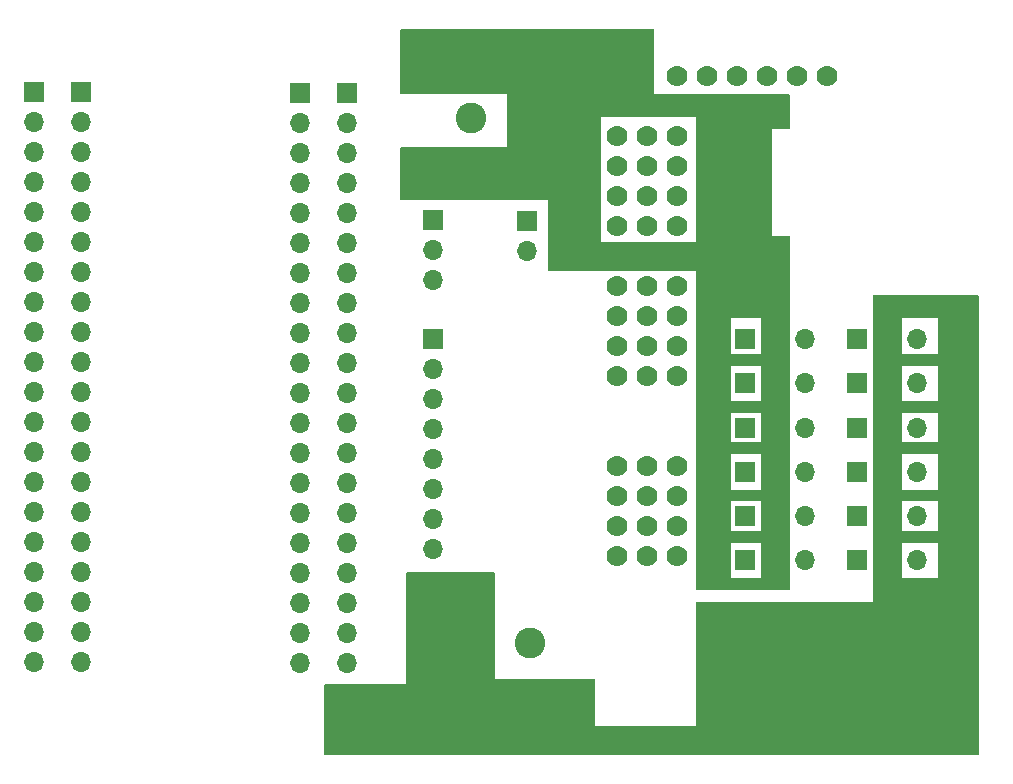
<source format=gbr>
%TF.GenerationSoftware,KiCad,Pcbnew,9.0.0*%
%TF.CreationDate,2025-03-26T16:24:42-04:00*%
%TF.ProjectId,spotmicro18_5mm,73706f74-6d69-4637-926f-31385f356d6d,rev?*%
%TF.SameCoordinates,Original*%
%TF.FileFunction,Copper,L3,Inr*%
%TF.FilePolarity,Positive*%
%FSLAX46Y46*%
G04 Gerber Fmt 4.6, Leading zero omitted, Abs format (unit mm)*
G04 Created by KiCad (PCBNEW 9.0.0) date 2025-03-26 16:24:42*
%MOMM*%
%LPD*%
G01*
G04 APERTURE LIST*
G04 Aperture macros list*
%AMRoundRect*
0 Rectangle with rounded corners*
0 $1 Rounding radius*
0 $2 $3 $4 $5 $6 $7 $8 $9 X,Y pos of 4 corners*
0 Add a 4 corners polygon primitive as box body*
4,1,4,$2,$3,$4,$5,$6,$7,$8,$9,$2,$3,0*
0 Add four circle primitives for the rounded corners*
1,1,$1+$1,$2,$3*
1,1,$1+$1,$4,$5*
1,1,$1+$1,$6,$7*
1,1,$1+$1,$8,$9*
0 Add four rect primitives between the rounded corners*
20,1,$1+$1,$2,$3,$4,$5,0*
20,1,$1+$1,$4,$5,$6,$7,0*
20,1,$1+$1,$6,$7,$8,$9,0*
20,1,$1+$1,$8,$9,$2,$3,0*%
G04 Aperture macros list end*
%TA.AperFunction,ComponentPad*%
%ADD10R,1.700000X1.700000*%
%TD*%
%TA.AperFunction,ComponentPad*%
%ADD11O,1.700000X1.700000*%
%TD*%
%TA.AperFunction,ComponentPad*%
%ADD12RoundRect,0.250000X1.050000X1.050000X-1.050000X1.050000X-1.050000X-1.050000X1.050000X-1.050000X0*%
%TD*%
%TA.AperFunction,ComponentPad*%
%ADD13C,2.600000*%
%TD*%
%TA.AperFunction,ComponentPad*%
%ADD14RoundRect,0.250000X-1.050000X-1.050000X1.050000X-1.050000X1.050000X1.050000X-1.050000X1.050000X0*%
%TD*%
%TA.AperFunction,ComponentPad*%
%ADD15C,1.778000*%
%TD*%
%TA.AperFunction,Conductor*%
%ADD16C,1.700000*%
%TD*%
G04 APERTURE END LIST*
D10*
%TO.N,/PWM-7*%
%TO.C,J9*%
X146170000Y-88000000D03*
D11*
%TO.N,/S2-PWR*%
X148710000Y-88000000D03*
%TO.N,/S2-GND*%
X151250000Y-88000000D03*
%TD*%
D10*
%TO.N,/ESP-32Pin*%
%TO.C,J14*%
X90000000Y-63360000D03*
D11*
X90000000Y-65900000D03*
X90000000Y-68440000D03*
X90000000Y-70980000D03*
X90000000Y-73520000D03*
X90000000Y-76060000D03*
X90000000Y-78600000D03*
X90000000Y-81140000D03*
X90000000Y-83680000D03*
X90000000Y-86220000D03*
X90000000Y-88760000D03*
X90000000Y-91300000D03*
X90000000Y-93840000D03*
X90000000Y-96380000D03*
X90000000Y-98920000D03*
X90000000Y-101460000D03*
X90000000Y-104000000D03*
X90000000Y-106540000D03*
X90000000Y-109080000D03*
X90000000Y-111620000D03*
%TD*%
D10*
%TO.N,/PWM-4*%
%TO.C,J6*%
X155670000Y-99250000D03*
D11*
%TO.N,/S1-PWR*%
X158210000Y-99250000D03*
%TO.N,/S1-GND*%
X160750000Y-99250000D03*
%TD*%
D10*
%TO.N,/Global SCL*%
%TO.C,J18*%
X127750000Y-74250000D03*
D11*
%TO.N,/Global SDA*%
X127750000Y-76790000D03*
%TD*%
D12*
%TO.N,/S2-PWR*%
%TO.C,J21*%
X127993453Y-65577500D03*
D13*
%TO.N,/S2-GND*%
X122993453Y-65577500D03*
%TD*%
D10*
%TO.N,/PWM-2*%
%TO.C,J4*%
X155670000Y-91750000D03*
D11*
%TO.N,/S1-PWR*%
X158210000Y-91750000D03*
%TO.N,/S1-GND*%
X160750000Y-91750000D03*
%TD*%
D10*
%TO.N,/ESP-32Pin*%
%TO.C,J17*%
X112500000Y-63400000D03*
D11*
X112500000Y-65940000D03*
X112500000Y-68480000D03*
X112500000Y-71020000D03*
X112500000Y-73560000D03*
X112500000Y-76100000D03*
X112500000Y-78640000D03*
X112500000Y-81180000D03*
X112500000Y-83720000D03*
X112500000Y-86260000D03*
X112500000Y-88800000D03*
X112500000Y-91340000D03*
X112500000Y-93880000D03*
X112500000Y-96420000D03*
X112500000Y-98960000D03*
X112500000Y-101500000D03*
X112500000Y-104040000D03*
X112500000Y-106580000D03*
X112500000Y-109120000D03*
X112500000Y-111660000D03*
%TD*%
D10*
%TO.N,/PWM-11*%
%TO.C,J13*%
X146170000Y-103000000D03*
D11*
%TO.N,/S2-PWR*%
X148710000Y-103000000D03*
%TO.N,/S2-GND*%
X151250000Y-103000000D03*
%TD*%
D10*
%TO.N,/PWM-1*%
%TO.C,J3*%
X155670000Y-88000000D03*
D11*
%TO.N,/S1-PWR*%
X158210000Y-88000000D03*
%TO.N,/S1-GND*%
X160750000Y-88000000D03*
%TD*%
D10*
%TO.N,/ESP-32Pin*%
%TO.C,J15*%
X108500000Y-63400000D03*
D11*
X108500000Y-65940000D03*
X108500000Y-68480000D03*
X108500000Y-71020000D03*
X108500000Y-73560000D03*
X108500000Y-76100000D03*
X108500000Y-78640000D03*
X108500000Y-81180000D03*
X108500000Y-83720000D03*
X108500000Y-86260000D03*
X108500000Y-88800000D03*
X108500000Y-91340000D03*
X108500000Y-93880000D03*
X108500000Y-96420000D03*
X108500000Y-98960000D03*
X108500000Y-101500000D03*
X108500000Y-104040000D03*
X108500000Y-106580000D03*
X108500000Y-109120000D03*
X108500000Y-111660000D03*
%TD*%
D10*
%TO.N,/PWM-9*%
%TO.C,J11*%
X146170000Y-95500000D03*
D11*
%TO.N,/S2-PWR*%
X148710000Y-95500000D03*
%TO.N,/S2-GND*%
X151250000Y-95500000D03*
%TD*%
D14*
%TO.N,/S1-PWR*%
%TO.C,J1*%
X123000000Y-110000000D03*
D13*
%TO.N,/S1-GND*%
X128000000Y-110000000D03*
%TD*%
D10*
%TO.N,/ESP-32Pin*%
%TO.C,J16*%
X86000000Y-63360000D03*
D11*
X86000000Y-65900000D03*
X86000000Y-68440000D03*
X86000000Y-70980000D03*
X86000000Y-73520000D03*
X86000000Y-76060000D03*
X86000000Y-78600000D03*
X86000000Y-81140000D03*
X86000000Y-83680000D03*
X86000000Y-86220000D03*
X86000000Y-88760000D03*
X86000000Y-91300000D03*
X86000000Y-93840000D03*
X86000000Y-96380000D03*
X86000000Y-98920000D03*
X86000000Y-101460000D03*
X86000000Y-104000000D03*
X86000000Y-106540000D03*
X86000000Y-109080000D03*
X86000000Y-111620000D03*
%TD*%
D10*
%TO.N,/PWM-6*%
%TO.C,J8*%
X146170000Y-84250000D03*
D11*
%TO.N,/S2-PWR*%
X148710000Y-84250000D03*
%TO.N,/S2-GND*%
X151250000Y-84250000D03*
%TD*%
D10*
%TO.N,/PWM-3*%
%TO.C,J5*%
X155670000Y-95500000D03*
D11*
%TO.N,/S1-PWR*%
X158210000Y-95500000D03*
%TO.N,/S1-GND*%
X160750000Y-95500000D03*
%TD*%
D10*
%TO.N,/PWM-8*%
%TO.C,J10*%
X146170000Y-91750000D03*
D11*
%TO.N,/S2-PWR*%
X148710000Y-91750000D03*
%TO.N,/S2-GND*%
X151250000Y-91750000D03*
%TD*%
D10*
%TO.N,/ESP32-3v3*%
%TO.C,J20*%
X119800000Y-84260000D03*
D11*
%TO.N,/ESP32-GND*%
X119800000Y-86800000D03*
%TO.N,/Global SCL*%
X119800000Y-89340000D03*
%TO.N,/Global SDA*%
X119800000Y-91880000D03*
%TO.N,unconnected-(J20-Pin_5-Pad5)*%
X119800000Y-94420000D03*
%TO.N,unconnected-(J20-Pin_6-Pad6)*%
X119800000Y-96960000D03*
%TO.N,unconnected-(J20-Pin_7-Pad7)*%
X119800000Y-99500000D03*
%TO.N,unconnected-(J20-Pin_8-Pad8)*%
X119800000Y-102040000D03*
%TD*%
D10*
%TO.N,/PWM-10*%
%TO.C,J12*%
X146170000Y-99250000D03*
D11*
%TO.N,/S2-PWR*%
X148710000Y-99250000D03*
%TO.N,/S2-GND*%
X151250000Y-99250000D03*
%TD*%
D10*
%TO.N,/ESP32-GND*%
%TO.C,J19*%
X119750000Y-74210000D03*
D11*
%TO.N,/ESP32-3v3*%
X119750000Y-76750000D03*
%TO.N,/ESP32-5v*%
X119750000Y-79290000D03*
%TD*%
D10*
%TO.N,/PWM-5*%
%TO.C,J7*%
X155670000Y-103000000D03*
D11*
%TO.N,/S1-PWR*%
X158210000Y-103000000D03*
%TO.N,/S1-GND*%
X160750000Y-103000000D03*
%TD*%
D15*
%TO.N,/PWM-0*%
%TO.C,U2*%
X140440000Y-67050000D03*
%TO.N,/PWM-1*%
X140440000Y-69590000D03*
%TO.N,/PWM-2*%
X140440000Y-72130000D03*
%TO.N,/PWM-3*%
X140440000Y-74670000D03*
%TO.N,/PWM-4*%
X140440000Y-79750000D03*
%TO.N,/PWM-5*%
X140440000Y-82290000D03*
%TO.N,/PWM-6*%
X140440000Y-84830000D03*
%TO.N,/PWM-7*%
X140440000Y-87370000D03*
%TO.N,/PWM-8*%
X140440000Y-94990000D03*
%TO.N,/PWM-9*%
X140440000Y-97530000D03*
%TO.N,/PWM-10*%
X140440000Y-100070000D03*
%TO.N,/PWM-11*%
X140440000Y-102610000D03*
%TO.N,/ESP32-GND*%
X153140000Y-61970000D03*
%TO.N,N/C*%
X135360000Y-67050000D03*
X135360000Y-69590000D03*
X135360000Y-72130000D03*
X135360000Y-74670000D03*
X135360000Y-79750000D03*
X135360000Y-82290000D03*
X135360000Y-84830000D03*
X135360000Y-87370000D03*
X135360000Y-94990000D03*
X135360000Y-97530000D03*
X135360000Y-100070000D03*
X135360000Y-102610000D03*
X150600000Y-61970000D03*
%TO.N,/Global SCL*%
X148060000Y-61970000D03*
%TO.N,/Global SDA*%
X145520000Y-61970000D03*
%TO.N,unconnected-(U2-V+-PadV+_1)*%
X140440000Y-61970000D03*
%TO.N,N/C*%
X137900000Y-67050000D03*
X137900000Y-69590000D03*
X137900000Y-72130000D03*
X137900000Y-74670000D03*
X137900000Y-79750000D03*
X137900000Y-82290000D03*
X137900000Y-84830000D03*
X137900000Y-87370000D03*
X137900000Y-94990000D03*
X137900000Y-97530000D03*
X137900000Y-100070000D03*
X137900000Y-102610000D03*
%TO.N,/ESP32-5v*%
X142980000Y-61970000D03*
%TD*%
D10*
%TO.N,/PWM-0*%
%TO.C,J2*%
X155670000Y-84250000D03*
D11*
%TO.N,/S1-PWR*%
X158210000Y-84250000D03*
%TO.N,/S1-GND*%
X160750000Y-84250000D03*
%TD*%
D16*
%TO.N,/S1-PWR*%
X153000000Y-118500000D02*
X158210000Y-113290000D01*
X158210000Y-103000000D02*
X158210000Y-99250000D01*
X158210000Y-99250000D02*
X158210000Y-95500000D01*
X125500000Y-118500000D02*
X153000000Y-118500000D01*
X123000000Y-116000000D02*
X125500000Y-118500000D01*
X158210000Y-91750000D02*
X158210000Y-95500000D01*
X123000000Y-110000000D02*
X123000000Y-116000000D01*
X158210000Y-113290000D02*
X158210000Y-103000000D01*
X158210000Y-88000000D02*
X158210000Y-91750000D01*
X158210000Y-84250000D02*
X158210000Y-88000000D01*
%TO.N,/S2-PWR*%
X148710000Y-84250000D02*
X148710000Y-79710000D01*
X148710000Y-99250000D02*
X148710000Y-95500000D01*
X148710000Y-103000000D02*
X148710000Y-99250000D01*
X148710000Y-88000000D02*
X148710000Y-91750000D01*
X144000000Y-64500000D02*
X129070953Y-64500000D01*
X146000000Y-77000000D02*
X146000000Y-66500000D01*
X146000000Y-66500000D02*
X144000000Y-64500000D01*
X148710000Y-91750000D02*
X148710000Y-95500000D01*
X148710000Y-84250000D02*
X148710000Y-88000000D01*
X129070953Y-64500000D02*
X127993453Y-65577500D01*
X148710000Y-79710000D02*
X146000000Y-77000000D01*
%TD*%
%TA.AperFunction,Conductor*%
%TO.N,/S2-PWR*%
G36*
X150000000Y-105376000D02*
G01*
X149980315Y-105443039D01*
X149927511Y-105488794D01*
X149876000Y-105500000D01*
X147500000Y-105500000D01*
X147500000Y-104500000D01*
X150000000Y-104500000D01*
X150000000Y-105376000D01*
G37*
%TD.AperFunction*%
%TD*%
%TA.AperFunction,Conductor*%
%TO.N,/S2-PWR*%
G36*
X134000000Y-76000000D02*
G01*
X142000000Y-76000000D01*
X142000000Y-78500000D01*
X129624000Y-78500000D01*
X129556961Y-78480315D01*
X129511206Y-78427511D01*
X129500000Y-78376000D01*
X129500000Y-72500000D01*
X134000000Y-72500000D01*
X134000000Y-76000000D01*
G37*
%TD.AperFunction*%
%TD*%
%TA.AperFunction,Conductor*%
%TO.N,/S1-PWR*%
G36*
X159500000Y-105000000D02*
G01*
X166000000Y-105000000D01*
X166000000Y-119376000D01*
X165980315Y-119443039D01*
X165927511Y-119488794D01*
X165876000Y-119500000D01*
X110624000Y-119500000D01*
X110556961Y-119480315D01*
X110511206Y-119427511D01*
X110500000Y-119376000D01*
X110500000Y-113624000D01*
X110519685Y-113556961D01*
X110572489Y-113511206D01*
X110624000Y-113500000D01*
X117500000Y-113500000D01*
X117500000Y-104124000D01*
X117519685Y-104056961D01*
X117572489Y-104011206D01*
X117624000Y-104000000D01*
X124876000Y-104000000D01*
X124943039Y-104019685D01*
X124988794Y-104072489D01*
X125000000Y-104124000D01*
X125000000Y-113000000D01*
X133376000Y-113000000D01*
X133443039Y-113019685D01*
X133488794Y-113072489D01*
X133500000Y-113124000D01*
X133500000Y-117000000D01*
X142000000Y-117000000D01*
X142000000Y-106624000D01*
X142019685Y-106556961D01*
X142072489Y-106511206D01*
X142124000Y-106500000D01*
X157000000Y-106500000D01*
X157000000Y-82500000D01*
X159500000Y-82500000D01*
X159500000Y-105000000D01*
G37*
%TD.AperFunction*%
%TD*%
%TA.AperFunction,Conductor*%
%TO.N,/S1-PWR*%
G36*
X165943039Y-80519685D02*
G01*
X165988794Y-80572489D01*
X166000000Y-80624000D01*
X166000000Y-105000000D01*
X159500000Y-105000000D01*
X159500000Y-104500000D01*
X162500000Y-104500000D01*
X162500000Y-101500000D01*
X159500000Y-101500000D01*
X159500000Y-100500000D01*
X162500000Y-100500000D01*
X162500000Y-98000000D01*
X159500000Y-98000000D01*
X159500000Y-97000000D01*
X162500000Y-97000000D01*
X162500000Y-94000000D01*
X159500000Y-94000000D01*
X159500000Y-93000000D01*
X162500000Y-93000000D01*
X162500000Y-90500000D01*
X159500000Y-90500000D01*
X159500000Y-89500000D01*
X162500000Y-89500000D01*
X162500000Y-86500000D01*
X159500000Y-86500000D01*
X159500000Y-85500000D01*
X162500000Y-85500000D01*
X162500000Y-82500000D01*
X159500000Y-82500000D01*
X157000000Y-82500000D01*
X157000000Y-80624000D01*
X157019685Y-80556961D01*
X157072489Y-80511206D01*
X157124000Y-80500000D01*
X165876000Y-80500000D01*
X165943039Y-80519685D01*
G37*
%TD.AperFunction*%
%TD*%
%TA.AperFunction,Conductor*%
%TO.N,/S2-PWR*%
G36*
X145000000Y-85500000D02*
G01*
X147500000Y-85500000D01*
X147500000Y-86500000D01*
X145000000Y-86500000D01*
X145000000Y-89500000D01*
X147500000Y-89500000D01*
X147500000Y-90500000D01*
X145000000Y-90500000D01*
X145000000Y-93000000D01*
X147500000Y-93000000D01*
X147500000Y-94000000D01*
X145000000Y-94000000D01*
X145000000Y-97000000D01*
X147500000Y-97000000D01*
X147500000Y-98000000D01*
X145000000Y-98000000D01*
X145000000Y-100500000D01*
X148000000Y-100500000D01*
X148000000Y-101500000D01*
X145000000Y-101500000D01*
X145000000Y-104500000D01*
X147500000Y-104500000D01*
X147500000Y-105500000D01*
X142124000Y-105500000D01*
X142056961Y-105480315D01*
X142011206Y-105427511D01*
X142000000Y-105376000D01*
X142000000Y-82500000D01*
X145000000Y-82500000D01*
X145000000Y-85500000D01*
G37*
%TD.AperFunction*%
%TD*%
%TA.AperFunction,Conductor*%
%TO.N,/S2-PWR*%
G36*
X138443039Y-58019685D02*
G01*
X138488794Y-58072489D01*
X138500000Y-58124000D01*
X138500000Y-63500000D01*
X149876000Y-63500000D01*
X149943039Y-63519685D01*
X149988794Y-63572489D01*
X150000000Y-63624000D01*
X150000000Y-66376000D01*
X149980315Y-66443039D01*
X149927511Y-66488794D01*
X149876000Y-66500000D01*
X148500000Y-66500000D01*
X148500000Y-75500000D01*
X149876000Y-75500000D01*
X149943039Y-75519685D01*
X149988794Y-75572489D01*
X150000000Y-75624000D01*
X150000000Y-104500000D01*
X147500000Y-104500000D01*
X147500000Y-101500000D01*
X148000000Y-101500000D01*
X148000000Y-100500000D01*
X147500000Y-100500000D01*
X147500000Y-82500000D01*
X145000000Y-82500000D01*
X142000000Y-82500000D01*
X142000000Y-65500000D01*
X134000000Y-65500000D01*
X134000000Y-72500000D01*
X117124000Y-72500000D01*
X117056961Y-72480315D01*
X117011206Y-72427511D01*
X117000000Y-72376000D01*
X117000000Y-68124000D01*
X117019685Y-68056961D01*
X117072489Y-68011206D01*
X117124000Y-68000000D01*
X126000000Y-68000000D01*
X126000000Y-63500000D01*
X117124000Y-63500000D01*
X117056961Y-63480315D01*
X117011206Y-63427511D01*
X117000000Y-63376000D01*
X117000000Y-58124000D01*
X117019685Y-58056961D01*
X117072489Y-58011206D01*
X117124000Y-58000000D01*
X138376000Y-58000000D01*
X138443039Y-58019685D01*
G37*
%TD.AperFunction*%
%TD*%
M02*

</source>
